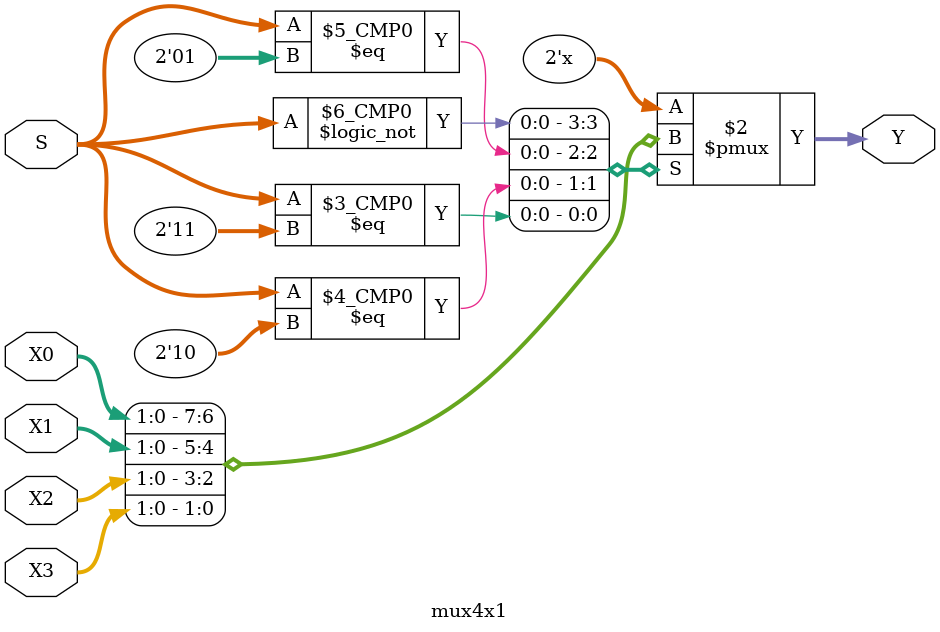
<source format=v>
`timescale 1ns / 1ps


module mux4x1(
    input [1:0] X0, //Input 1
    input [1:0] X1, //Input 2
    input [1:0] X2, //Input 3
    input [1:0] X3, //Input 4
    input [1:0] S, //Select line
    output [1:0] Y //Output
    );
    
    reg [1:0] Y; //Set Y to register so = value below works. Has to save bits before exiting module! Don't forget to set array of bits either
     
    always @(X0 or X1 or X2 or X3 or S) //This block runs whenever X0/1/2/3 or S changes. Can also use "always @*"
        case(S)
            2'b00: Y = X0;
            2'b01: Y = X1;
            2'b10: Y = X2;
            2'b11: Y = X3;
        endcase
endmodule


</source>
